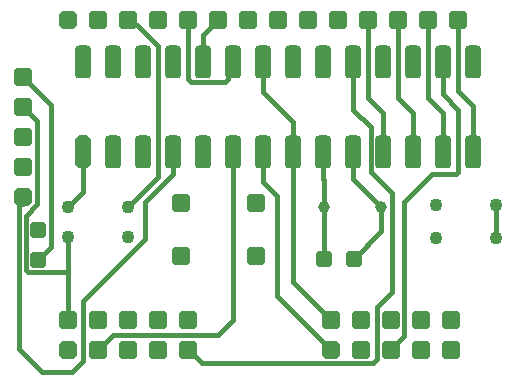
<source format=gtl>
G04*
G04 #@! TF.GenerationSoftware,Altium Limited,Altium Designer,20.1.8 (145)*
G04*
G04 Layer_Physical_Order=1*
G04 Layer_Color=255*
%FSLAX44Y44*%
%MOMM*%
G71*
G04*
G04 #@! TF.SameCoordinates,26300AEE-937A-4092-BCD3-584E98E6A38F*
G04*
G04*
G04 #@! TF.FilePolarity,Positive*
G04*
G01*
G75*
G04:AMPARAMS|DCode=16|XSize=1.397mm|YSize=2.794mm|CornerRadius=0mm|HoleSize=0mm|Usage=FLASHONLY|Rotation=0.000|XOffset=0mm|YOffset=0mm|HoleType=Round|Shape=Octagon|*
%AMOCTAGOND16*
4,1,8,-0.3493,1.3970,0.3493,1.3970,0.6985,1.0478,0.6985,-1.0478,0.3493,-1.3970,-0.3493,-1.3970,-0.6985,-1.0478,-0.6985,1.0478,-0.3493,1.3970,0.0*
%
%ADD16OCTAGOND16*%

G04:AMPARAMS|DCode=17|XSize=1.397mm|YSize=2.794mm|CornerRadius=0.3493mm|HoleSize=0mm|Usage=FLASHONLY|Rotation=0.000|XOffset=0mm|YOffset=0mm|HoleType=Round|Shape=RoundedRectangle|*
%AMROUNDEDRECTD17*
21,1,1.3970,2.0955,0,0,0.0*
21,1,0.6985,2.7940,0,0,0.0*
1,1,0.6985,0.3493,-1.0478*
1,1,0.6985,-0.3493,-1.0478*
1,1,0.6985,-0.3493,1.0478*
1,1,0.6985,0.3493,1.0478*
%
%ADD17ROUNDEDRECTD17*%
G04:AMPARAMS|DCode=18|XSize=1.6002mm|YSize=1.6002mm|CornerRadius=0.4001mm|HoleSize=0mm|Usage=FLASHONLY|Rotation=90.000|XOffset=0mm|YOffset=0mm|HoleType=Round|Shape=RoundedRectangle|*
%AMROUNDEDRECTD18*
21,1,1.6002,0.8001,0,0,90.0*
21,1,0.8001,1.6002,0,0,90.0*
1,1,0.8001,0.4001,0.4001*
1,1,0.8001,0.4001,-0.4001*
1,1,0.8001,-0.4001,-0.4001*
1,1,0.8001,-0.4001,0.4001*
%
%ADD18ROUNDEDRECTD18*%
G04:AMPARAMS|DCode=19|XSize=1.6002mm|YSize=1.6002mm|CornerRadius=0mm|HoleSize=0mm|Usage=FLASHONLY|Rotation=90.000|XOffset=0mm|YOffset=0mm|HoleType=Round|Shape=Octagon|*
%AMOCTAGOND19*
4,1,8,0.4001,0.8001,-0.4001,0.8001,-0.8001,0.4001,-0.8001,-0.4001,-0.4001,-0.8001,0.4001,-0.8001,0.8001,-0.4001,0.8001,0.4001,0.4001,0.8001,0.0*
%
%ADD19OCTAGOND19*%

%ADD20C,1.1000*%
G04:AMPARAMS|DCode=21|XSize=1.4mm|YSize=1.4mm|CornerRadius=0.35mm|HoleSize=0mm|Usage=FLASHONLY|Rotation=0.000|XOffset=0mm|YOffset=0mm|HoleType=Round|Shape=RoundedRectangle|*
%AMROUNDEDRECTD21*
21,1,1.4000,0.7000,0,0,0.0*
21,1,0.7000,1.4000,0,0,0.0*
1,1,0.7000,0.3500,-0.3500*
1,1,0.7000,-0.3500,-0.3500*
1,1,0.7000,-0.3500,0.3500*
1,1,0.7000,0.3500,0.3500*
%
%ADD21ROUNDEDRECTD21*%
G04:AMPARAMS|DCode=22|XSize=1.6002mm|YSize=1.6002mm|CornerRadius=0.4001mm|HoleSize=0mm|Usage=FLASHONLY|Rotation=0.000|XOffset=0mm|YOffset=0mm|HoleType=Round|Shape=RoundedRectangle|*
%AMROUNDEDRECTD22*
21,1,1.6002,0.8001,0,0,0.0*
21,1,0.8001,1.6002,0,0,0.0*
1,1,0.8001,0.4001,-0.4001*
1,1,0.8001,-0.4001,-0.4001*
1,1,0.8001,-0.4001,0.4001*
1,1,0.8001,0.4001,0.4001*
%
%ADD22ROUNDEDRECTD22*%
G04:AMPARAMS|DCode=23|XSize=1.6002mm|YSize=1.6002mm|CornerRadius=0mm|HoleSize=0mm|Usage=FLASHONLY|Rotation=0.000|XOffset=0mm|YOffset=0mm|HoleType=Round|Shape=Octagon|*
%AMOCTAGOND23*
4,1,8,0.8001,-0.4001,0.8001,0.4001,0.4001,0.8001,-0.4001,0.8001,-0.8001,0.4001,-0.8001,-0.4001,-0.4001,-0.8001,0.4001,-0.8001,0.8001,-0.4001,0.0*
%
%ADD23OCTAGOND23*%

G04:AMPARAMS|DCode=24|XSize=1.6mm|YSize=1.6mm|CornerRadius=0.4mm|HoleSize=0mm|Usage=FLASHONLY|Rotation=90.000|XOffset=0mm|YOffset=0mm|HoleType=Round|Shape=RoundedRectangle|*
%AMROUNDEDRECTD24*
21,1,1.6000,0.8000,0,0,90.0*
21,1,0.8000,1.6000,0,0,90.0*
1,1,0.8000,0.4000,0.4000*
1,1,0.8000,0.4000,-0.4000*
1,1,0.8000,-0.4000,-0.4000*
1,1,0.8000,-0.4000,0.4000*
%
%ADD24ROUNDEDRECTD24*%
%ADD25C,1.0000*%
G04:AMPARAMS|DCode=26|XSize=1.4mm|YSize=1.4mm|CornerRadius=0.35mm|HoleSize=0mm|Usage=FLASHONLY|Rotation=90.000|XOffset=0mm|YOffset=0mm|HoleType=Round|Shape=RoundedRectangle|*
%AMROUNDEDRECTD26*
21,1,1.4000,0.7000,0,0,90.0*
21,1,0.7000,1.4000,0,0,90.0*
1,1,0.7000,0.3500,0.3500*
1,1,0.7000,0.3500,-0.3500*
1,1,0.7000,-0.3500,-0.3500*
1,1,0.7000,-0.3500,0.3500*
%
%ADD26ROUNDEDRECTD26*%
%ADD27C,0.4000*%
D16*
X50800Y199370D02*
D03*
D17*
X76200D02*
D03*
X101600D02*
D03*
X127000D02*
D03*
X152400D02*
D03*
X177800D02*
D03*
X203200D02*
D03*
X228600D02*
D03*
X254000D02*
D03*
X279400D02*
D03*
X304800D02*
D03*
X330200D02*
D03*
X355600D02*
D03*
X381000D02*
D03*
Y275570D02*
D03*
X355600D02*
D03*
X330200D02*
D03*
X304800D02*
D03*
X279400D02*
D03*
X254000D02*
D03*
X228600D02*
D03*
X203200D02*
D03*
X177800D02*
D03*
X152400D02*
D03*
X127000D02*
D03*
X101600D02*
D03*
X76200D02*
D03*
X50800D02*
D03*
D18*
X-200Y262870D02*
D03*
Y237470D02*
D03*
Y212070D02*
D03*
Y186670D02*
D03*
D19*
Y161270D02*
D03*
D20*
X400050Y154395D02*
D03*
X349250D02*
D03*
X400300Y126500D02*
D03*
X349500D02*
D03*
X88900Y127000D02*
D03*
X38100D02*
D03*
Y152400D02*
D03*
X88900D02*
D03*
D21*
X254850Y108750D02*
D03*
X280250D02*
D03*
D22*
X139700Y57150D02*
D03*
Y31750D02*
D03*
X114300Y57150D02*
D03*
Y31750D02*
D03*
X88900Y57150D02*
D03*
Y31750D02*
D03*
X63500Y57150D02*
D03*
Y31750D02*
D03*
X38100Y57150D02*
D03*
X361950D02*
D03*
Y31750D02*
D03*
X336550Y57150D02*
D03*
Y31750D02*
D03*
X311150Y57150D02*
D03*
Y31750D02*
D03*
X285750Y57150D02*
D03*
Y31750D02*
D03*
X260350Y57150D02*
D03*
X63500Y311123D02*
D03*
X88900D02*
D03*
X114300D02*
D03*
X139700D02*
D03*
X165100D02*
D03*
X190500D02*
D03*
X215900D02*
D03*
X241300D02*
D03*
X266700D02*
D03*
X292100D02*
D03*
X317500D02*
D03*
X342900D02*
D03*
X368300D02*
D03*
D23*
X38100Y31750D02*
D03*
X260350D02*
D03*
X38100Y311123D02*
D03*
D24*
X196850Y111125D02*
D03*
Y155575D02*
D03*
X133350Y111125D02*
D03*
Y155575D02*
D03*
D25*
X255194Y152490D02*
D03*
X303454D02*
D03*
D26*
X12700Y107950D02*
D03*
Y133350D02*
D03*
D27*
X4423Y97317D02*
X37567D01*
X38000Y126900D02*
X38100Y127000D01*
X38000Y97750D02*
Y126900D01*
X37567Y97317D02*
X38000Y97750D01*
X38100Y57150D02*
Y97750D01*
X139700Y260800D02*
Y311123D01*
Y260800D02*
X142401Y258099D01*
X173736Y271506D02*
X177800Y275570D01*
X142401Y258099D02*
X171191D01*
X173736Y260644D01*
Y271506D01*
X114094Y177594D02*
Y288656D01*
X88900Y311123D02*
X93666Y306357D01*
X96393D02*
X114094Y288656D01*
X93666Y306357D02*
X96393D01*
X381000Y199370D02*
Y237750D01*
X368300Y250450D02*
Y311123D01*
Y250450D02*
X381000Y237750D01*
X355600Y247986D02*
X368500Y235087D01*
X345996Y180121D02*
X366157D01*
X368500Y182464D01*
Y235087D01*
X255022Y108022D02*
Y152318D01*
X255194Y152490D01*
X254500Y107500D02*
X255022Y108022D01*
X214932Y77168D02*
Y162318D01*
X203200Y174050D02*
Y199370D01*
Y174050D02*
X214932Y162318D01*
X2080Y99660D02*
Y145323D01*
Y99660D02*
X4423Y97317D01*
X51000Y73000D02*
X103172Y125172D01*
X41450Y12481D02*
X51000Y22031D01*
Y73000D01*
X103172Y125172D02*
Y156800D01*
X-3508Y154975D02*
X-200D01*
X228600Y88900D02*
Y199370D01*
Y88900D02*
X260350Y57150D01*
X-200Y154975D02*
Y161270D01*
X-3508Y32039D02*
Y154975D01*
Y32039D02*
X16050Y12481D01*
X41450D01*
X103172Y156800D02*
X127000Y180629D01*
Y199370D01*
X355600Y247986D02*
Y275570D01*
X322882Y157007D02*
X345996Y180121D01*
X322882Y43482D02*
Y157007D01*
X311150Y31750D02*
X322882Y43482D01*
X304800Y199370D02*
Y231984D01*
X292100Y244684D02*
X304800Y231984D01*
X292100Y244684D02*
Y311123D01*
X330200Y199370D02*
Y231984D01*
X317500Y244684D02*
X330200Y231984D01*
X317500Y244684D02*
Y311123D01*
X355600Y199370D02*
Y231984D01*
X342900Y244684D02*
X355600Y231984D01*
X342900Y244684D02*
Y311123D01*
X152400Y275570D02*
Y298423D01*
X165100Y311123D01*
X279400Y176544D02*
Y199370D01*
Y176544D02*
X303454Y152490D01*
Y131954D02*
Y152490D01*
X280250Y108750D02*
X303454Y131954D01*
X50800Y165100D02*
Y199370D01*
X38100Y152400D02*
X50800Y165100D01*
X2080Y145323D02*
X11478Y154721D01*
Y225792D01*
X-200Y237470D02*
X11478Y225792D01*
X139700Y31750D02*
X151350Y20101D01*
X295958D01*
X299514Y23657D01*
Y67853D01*
X311960Y80299D01*
Y164119D01*
X294180Y181899D02*
X311960Y164119D01*
X294180Y181899D02*
Y220253D01*
X279400Y235032D02*
X294180Y220253D01*
X279400Y235032D02*
Y275570D01*
X88900Y152400D02*
X114094Y177594D01*
X177800Y57137D02*
Y199370D01*
X165148Y44485D02*
X177800Y57137D01*
X76235Y44485D02*
X165148D01*
X63500Y31750D02*
X76235Y44485D01*
X214932Y77168D02*
X260350Y31750D01*
X254000Y176488D02*
Y199370D01*
Y176488D02*
X255194Y175295D01*
Y152490D02*
Y175295D01*
X12700Y107950D02*
X23416Y118666D01*
Y239254D01*
X-200Y262870D02*
X23416Y239254D01*
X400050Y140493D02*
Y154395D01*
Y140493D02*
X400300Y140243D01*
Y126500D02*
Y140243D01*
X203200Y249971D02*
Y275570D01*
Y249971D02*
X228600Y224571D01*
Y199370D02*
Y224571D01*
M02*

</source>
